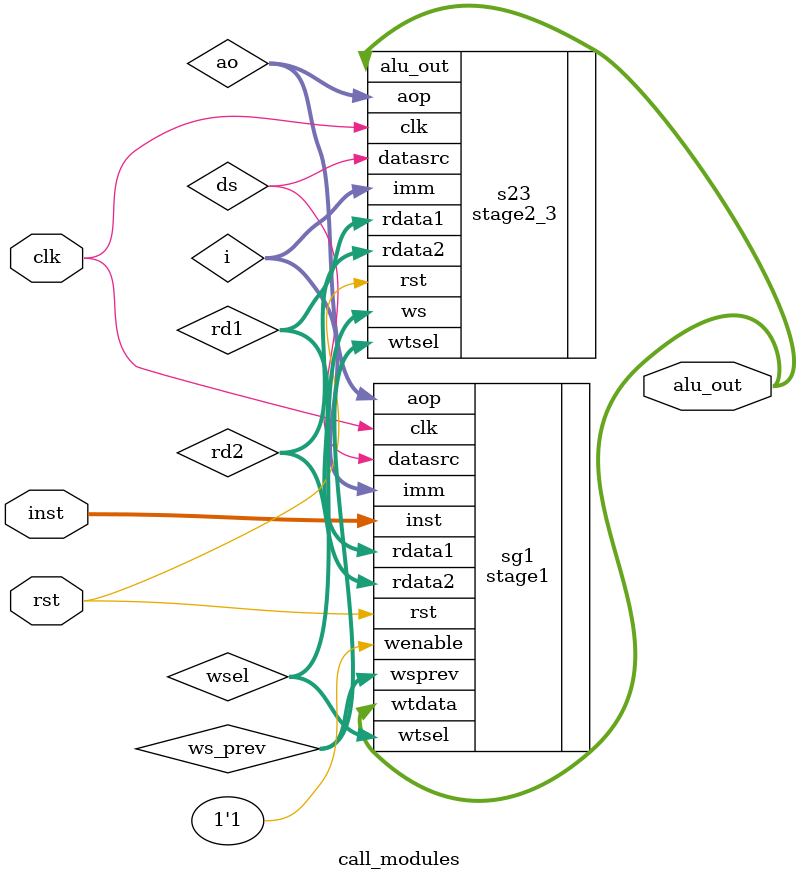
<source format=v>
`timescale 1ns / 1ps
module call_modules(clk,rst,inst,alu_out);
input clk,rst;
input [31:0] inst;
output [31:0] alu_out;

wire [31:0] rd1;
wire [31:0] rd2;
wire [15:0] i;
wire ds;
wire [4:0] ws_prev;
wire [4:0] wsel;
wire [2:0] ao;

stage1 sg1(.clk(clk),.rst(rst),.wtdata(alu_out),.wenable(1'd1),.inst(inst),.wsprev(ws_prev),.rdata1(rd1),.rdata2(rd2),.wtsel(wsel),.imm(i),.datasrc(ds),.aop(ao));
stage2_3 s23(.clk(clk),.rst(rst),.rdata1(rd1),.rdata2(rd2),.imm(i),.datasrc(ds),.aop(ao),.alu_out(alu_out),.ws(wsel),.wtsel(ws_prev));

endmodule


</source>
